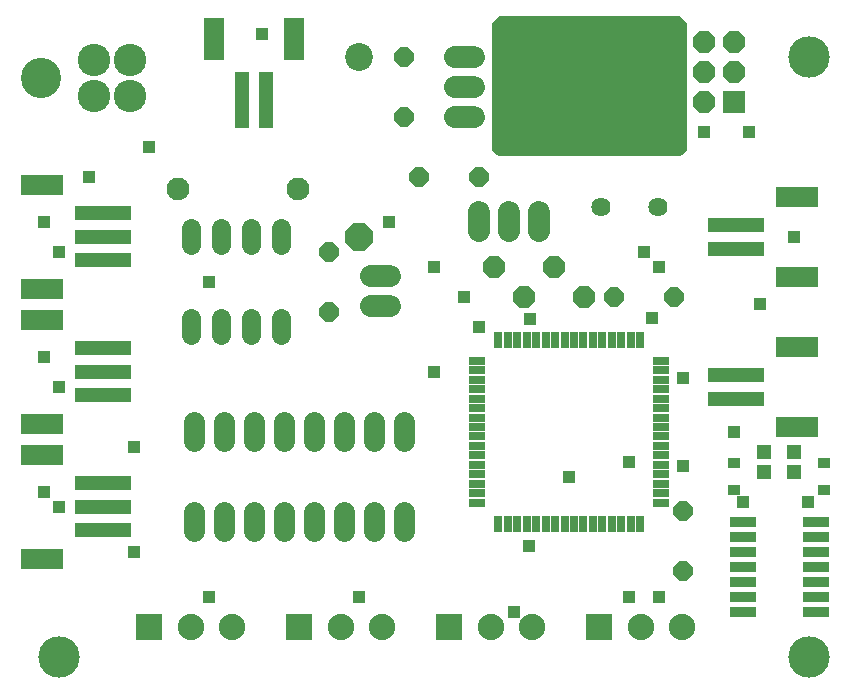
<source format=gts>
G75*
G70*
%OFA0B0*%
%FSLAX24Y24*%
%IPPOS*%
%LPD*%
%AMOC8*
5,1,8,0,0,1.08239X$1,22.5*
%
%ADD10C,0.0120*%
%ADD11C,0.0640*%
%ADD12OC8,0.0710*%
%ADD13C,0.0760*%
%ADD14R,0.0300X0.0550*%
%ADD15R,0.0550X0.0300*%
%ADD16C,0.0640*%
%ADD17C,0.1080*%
%ADD18C,0.1340*%
%ADD19C,0.0720*%
%ADD20R,0.0720X0.0720*%
%ADD21OC8,0.0720*%
%ADD22C,0.0930*%
%ADD23OC8,0.0930*%
%ADD24OC8,0.0640*%
%ADD25C,0.1380*%
%ADD26R,0.0880X0.0880*%
%ADD27C,0.0880*%
%ADD28C,0.0702*%
%ADD29R,0.0880X0.0340*%
%ADD30R,0.0513X0.0474*%
%ADD31R,0.0407X0.0328*%
%ADD32R,0.0474X0.1891*%
%ADD33R,0.0710X0.1419*%
%ADD34R,0.1891X0.0474*%
%ADD35R,0.1419X0.0710*%
%ADD36R,0.0440X0.0440*%
D10*
X016251Y018593D02*
X016101Y018743D01*
X016101Y022943D01*
X016101Y022843D01*
X016101Y022943D01*
X016301Y023143D01*
X022251Y023143D01*
X022451Y022943D01*
X022451Y018743D01*
X022301Y018593D01*
X016251Y018593D01*
X016245Y018598D02*
X022306Y018598D01*
X022425Y018717D02*
X016127Y018717D01*
X016101Y018835D02*
X022451Y018835D01*
X022451Y018954D02*
X016101Y018954D01*
X016101Y019073D02*
X022451Y019073D01*
X022451Y019191D02*
X016101Y019191D01*
X016101Y019310D02*
X022451Y019310D01*
X022451Y019428D02*
X016101Y019428D01*
X016101Y019547D02*
X022451Y019547D01*
X022451Y019665D02*
X016101Y019665D01*
X016101Y019784D02*
X022451Y019784D01*
X022451Y019902D02*
X016101Y019902D01*
X016101Y020021D02*
X022451Y020021D01*
X022451Y020139D02*
X016101Y020139D01*
X016101Y020258D02*
X022451Y020258D01*
X022451Y020376D02*
X016101Y020376D01*
X016101Y020495D02*
X022451Y020495D01*
X022451Y020614D02*
X016101Y020614D01*
X016101Y020732D02*
X022451Y020732D01*
X022451Y020851D02*
X016101Y020851D01*
X016101Y020969D02*
X022451Y020969D01*
X022451Y021088D02*
X016101Y021088D01*
X016101Y021206D02*
X022451Y021206D01*
X022451Y021325D02*
X016101Y021325D01*
X016101Y021443D02*
X022451Y021443D01*
X022451Y021562D02*
X016101Y021562D01*
X016101Y021680D02*
X022451Y021680D01*
X022451Y021799D02*
X016101Y021799D01*
X016101Y021918D02*
X022451Y021918D01*
X022451Y022036D02*
X016101Y022036D01*
X016101Y022155D02*
X022451Y022155D01*
X022451Y022273D02*
X016101Y022273D01*
X016101Y022392D02*
X022451Y022392D01*
X022451Y022510D02*
X016101Y022510D01*
X016101Y022629D02*
X022451Y022629D01*
X022451Y022747D02*
X016101Y022747D01*
X016101Y022866D02*
X022451Y022866D01*
X022409Y022984D02*
X016143Y022984D01*
X016261Y023103D02*
X022290Y023103D01*
D11*
X021551Y016843D03*
X019651Y016843D03*
D12*
X018101Y014843D03*
X019101Y013843D03*
X017101Y013843D03*
X016101Y014843D03*
D13*
X009551Y017443D03*
X005551Y017443D03*
D14*
X016239Y012414D03*
X016554Y012414D03*
X016869Y012414D03*
X017183Y012414D03*
X017498Y012414D03*
X017813Y012414D03*
X018128Y012414D03*
X018443Y012414D03*
X018758Y012414D03*
X019073Y012414D03*
X019388Y012414D03*
X019703Y012414D03*
X020018Y012414D03*
X020333Y012414D03*
X020648Y012414D03*
X020963Y012414D03*
X020963Y006272D03*
X020648Y006272D03*
X020333Y006272D03*
X020018Y006272D03*
X019703Y006272D03*
X019388Y006272D03*
X019073Y006272D03*
X018758Y006272D03*
X018443Y006272D03*
X018128Y006272D03*
X017813Y006272D03*
X017498Y006272D03*
X017183Y006272D03*
X016869Y006272D03*
X016554Y006272D03*
X016239Y006272D03*
D15*
X015530Y006980D03*
X015530Y007295D03*
X015530Y007610D03*
X015530Y007925D03*
X015530Y008240D03*
X015530Y008555D03*
X015530Y008870D03*
X015530Y009185D03*
X015530Y009500D03*
X015530Y009815D03*
X015530Y010130D03*
X015530Y010445D03*
X015530Y010760D03*
X015530Y011075D03*
X015530Y011390D03*
X015530Y011705D03*
X021672Y011705D03*
X021672Y011390D03*
X021672Y011075D03*
X021672Y010760D03*
X021672Y010445D03*
X021672Y010130D03*
X021672Y009815D03*
X021672Y009500D03*
X021672Y009185D03*
X021672Y008870D03*
X021672Y008555D03*
X021672Y008240D03*
X021672Y007925D03*
X021672Y007610D03*
X021672Y007295D03*
X021672Y006980D03*
D16*
X009001Y012563D02*
X009001Y013123D01*
X008001Y013123D02*
X008001Y012563D01*
X007001Y012563D02*
X007001Y013123D01*
X006001Y013123D02*
X006001Y012563D01*
X006001Y015563D02*
X006001Y016123D01*
X007001Y016123D02*
X007001Y015563D01*
X008001Y015563D02*
X008001Y016123D01*
X009001Y016123D02*
X009001Y015563D01*
D17*
X003951Y020549D03*
X002770Y020549D03*
X002770Y021730D03*
X003951Y021730D03*
D18*
X000998Y021140D03*
D19*
X011981Y014543D02*
X012621Y014543D01*
X012621Y013543D02*
X011981Y013543D01*
X015601Y016023D02*
X015601Y016663D01*
X016601Y016663D02*
X016601Y016023D01*
X017601Y016023D02*
X017601Y016663D01*
X015421Y019843D02*
X014781Y019843D01*
X014781Y020843D02*
X015421Y020843D01*
X015421Y021843D02*
X014781Y021843D01*
D20*
X024101Y020343D03*
D21*
X023101Y020343D03*
X023101Y021343D03*
X024101Y021343D03*
X024101Y022343D03*
X023101Y022343D03*
D22*
X011601Y021843D03*
D23*
X011601Y015843D03*
D24*
X010601Y015343D03*
X010601Y013343D03*
X013601Y017843D03*
X015601Y017843D03*
X013101Y019843D03*
X013101Y021843D03*
X020101Y013843D03*
X022101Y013843D03*
X022401Y006693D03*
X022401Y004693D03*
D25*
X001601Y001843D03*
X021001Y020843D03*
X026601Y021843D03*
X026601Y001843D03*
D26*
X019601Y002843D03*
X014601Y002843D03*
X009601Y002843D03*
X004601Y002843D03*
D27*
X005979Y002843D03*
X007357Y002843D03*
X010979Y002843D03*
X012357Y002843D03*
X015979Y002843D03*
X017357Y002843D03*
X020979Y002843D03*
X022357Y002843D03*
D28*
X013101Y006032D02*
X013101Y006654D01*
X012101Y006654D02*
X012101Y006032D01*
X011101Y006032D02*
X011101Y006654D01*
X010101Y006654D02*
X010101Y006032D01*
X009101Y006032D02*
X009101Y006654D01*
X008101Y006654D02*
X008101Y006032D01*
X007101Y006032D02*
X007101Y006654D01*
X006101Y006654D02*
X006101Y006032D01*
X006101Y009032D02*
X006101Y009654D01*
X007101Y009654D02*
X007101Y009032D01*
X008101Y009032D02*
X008101Y009654D01*
X009101Y009654D02*
X009101Y009032D01*
X010101Y009032D02*
X010101Y009654D01*
X011101Y009654D02*
X011101Y009032D01*
X012101Y009032D02*
X012101Y009654D01*
X013101Y009654D02*
X013101Y009032D01*
D29*
X024391Y006343D03*
X024391Y005843D03*
X024391Y005343D03*
X024391Y004843D03*
X024391Y004343D03*
X024391Y003843D03*
X024391Y003343D03*
X026811Y003343D03*
X026811Y003843D03*
X026811Y004343D03*
X026811Y004843D03*
X026811Y005343D03*
X026811Y005843D03*
X026811Y006343D03*
D30*
X026101Y008008D03*
X026101Y008677D03*
X025101Y008677D03*
X025101Y008008D03*
D31*
X024101Y008295D03*
X024101Y007390D03*
X027101Y007390D03*
X027101Y008295D03*
D32*
X008494Y020386D03*
X007707Y020386D03*
D33*
X006762Y022433D03*
X009439Y022433D03*
D34*
X003057Y016630D03*
X003057Y015843D03*
X003057Y015055D03*
X003057Y012130D03*
X003057Y011343D03*
X003057Y010555D03*
X003057Y007630D03*
X003057Y006843D03*
X003057Y006055D03*
X024144Y010449D03*
X024144Y011236D03*
X024144Y015449D03*
X024144Y016236D03*
D35*
X026191Y017181D03*
X026191Y014504D03*
X026191Y012181D03*
X026191Y009504D03*
X001010Y009610D03*
X001010Y008575D03*
X001010Y005110D03*
X001010Y013075D03*
X001010Y014110D03*
X001010Y017575D03*
D36*
X001101Y016343D03*
X001601Y015343D03*
X002601Y017843D03*
X004601Y018843D03*
X008351Y022593D03*
X012601Y016343D03*
X014101Y014843D03*
X015101Y013843D03*
X015601Y012843D03*
X017301Y013093D03*
X014101Y011343D03*
X018601Y007843D03*
X020601Y008343D03*
X022401Y008193D03*
X024101Y009343D03*
X022401Y011143D03*
X021351Y013143D03*
X021601Y014843D03*
X021101Y015343D03*
X024951Y013593D03*
X026101Y015843D03*
X024601Y019343D03*
X023101Y019343D03*
X024401Y006993D03*
X026551Y006993D03*
X021601Y003843D03*
X020601Y003843D03*
X017251Y005543D03*
X016751Y003343D03*
X011601Y003843D03*
X006601Y003843D03*
X004101Y005343D03*
X001601Y006843D03*
X001101Y007343D03*
X004101Y008843D03*
X001601Y010843D03*
X001101Y011843D03*
X006601Y014343D03*
M02*

</source>
